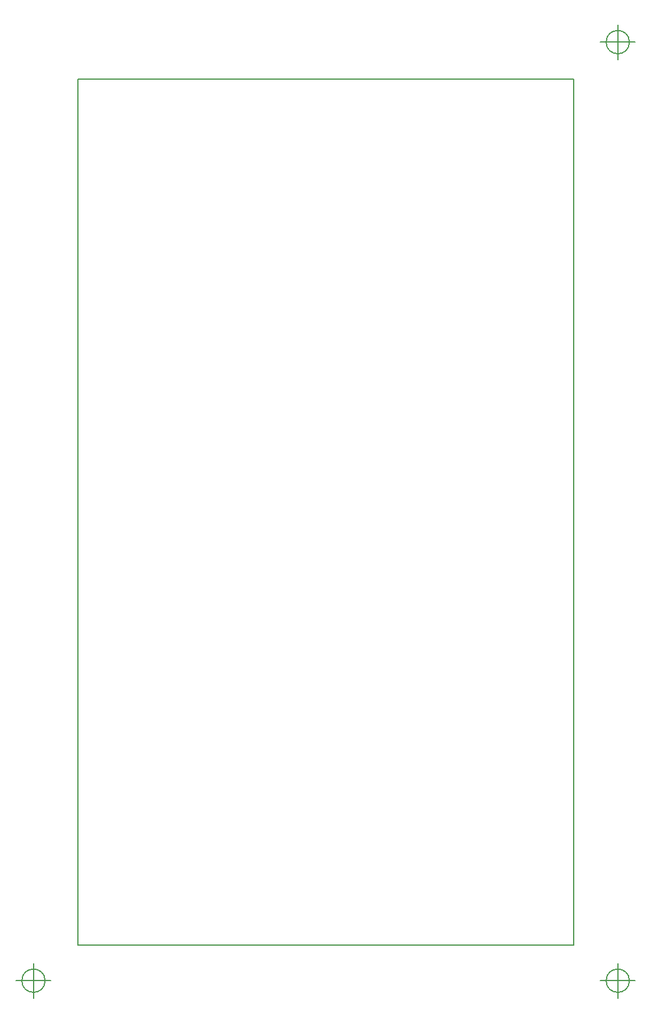
<source format=gbr>
G04 #@! TF.GenerationSoftware,KiCad,Pcbnew,(5.0.1)-3*
G04 #@! TF.CreationDate,2019-01-05T12:05:47+10:00*
G04 #@! TF.ProjectId,stmsplat1,73746D73706C6174312E6B696361645F,rev?*
G04 #@! TF.SameCoordinates,Original*
G04 #@! TF.FileFunction,Profile,NP*
%FSLAX46Y46*%
G04 Gerber Fmt 4.6, Leading zero omitted, Abs format (unit mm)*
G04 Created by KiCad (PCBNEW (5.0.1)-3) date 05/01/2019 12:05:47*
%MOMM*%
%LPD*%
G01*
G04 APERTURE LIST*
%ADD10C,0.150000*%
G04 APERTURE END LIST*
D10*
X49926666Y-162560000D02*
G75*
G03X49926666Y-162560000I-1666666J0D01*
G01*
X45760000Y-162560000D02*
X50760000Y-162560000D01*
X48260000Y-160060000D02*
X48260000Y-165060000D01*
X133746666Y-162560000D02*
G75*
G03X133746666Y-162560000I-1666666J0D01*
G01*
X129580000Y-162560000D02*
X134580000Y-162560000D01*
X132080000Y-160060000D02*
X132080000Y-165060000D01*
X133746666Y-27940000D02*
G75*
G03X133746666Y-27940000I-1666666J0D01*
G01*
X129580000Y-27940000D02*
X134580000Y-27940000D01*
X132080000Y-25440000D02*
X132080000Y-30440000D01*
X54610000Y-157480000D02*
X54610000Y-33274000D01*
X125730000Y-157480000D02*
X54610000Y-157480000D01*
X125730000Y-33274000D02*
X125730000Y-157480000D01*
X54610000Y-33274000D02*
X125730000Y-33274000D01*
M02*

</source>
